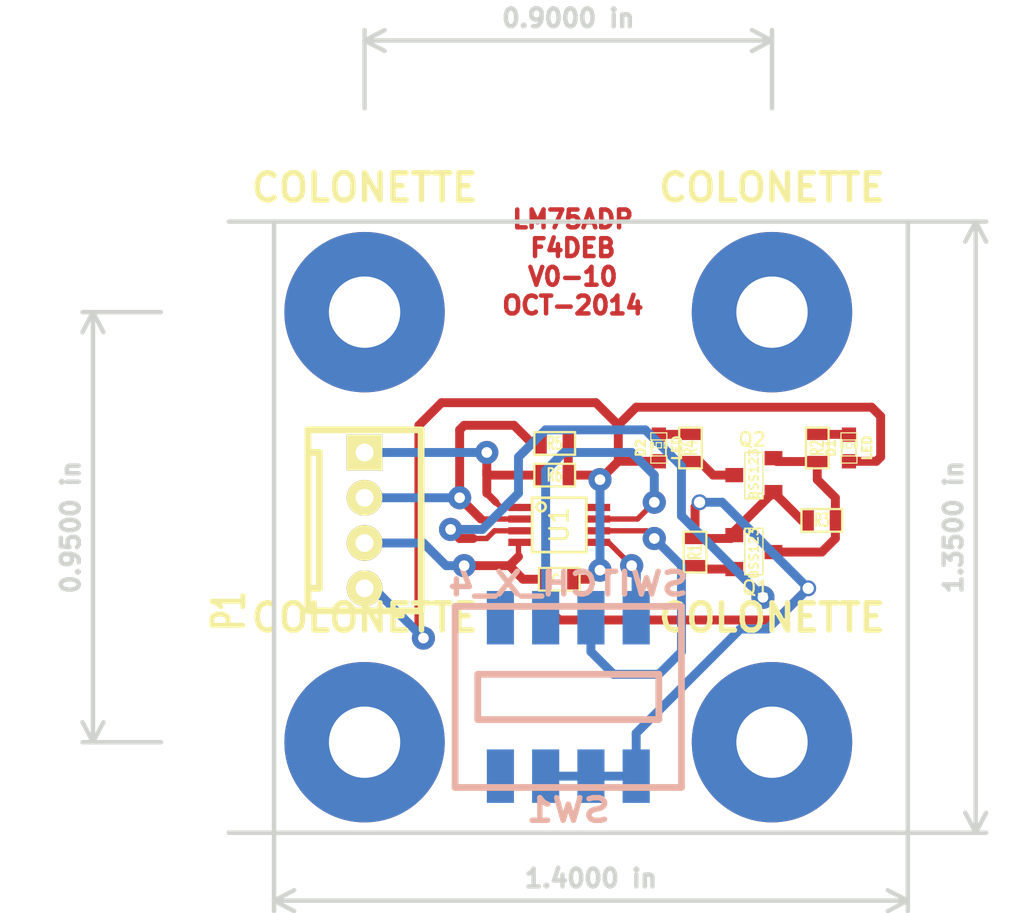
<source format=kicad_pcb>
(kicad_pcb (version 3) (host pcbnew "(2013-jul-07)-stable")

  (general
    (links 30)
    (no_connects 0)
    (area 199.4027 93.98 249.298333 135.35)
    (thickness 1.6)
    (drawings 5)
    (tracks 146)
    (zones 0)
    (modules 18)
    (nets 13)
  )

  (page A4)
  (title_block 
    (title LM75A)
    (rev V0.10)
    (company F4DEB)
    (comment 1 "TEMP SENSOR")
  )

  (layers
    (15 F.Cu signal)
    (0 B.Cu signal)
    (16 B.Adhes user)
    (17 F.Adhes user)
    (18 B.Paste user)
    (19 F.Paste user)
    (20 B.SilkS user)
    (21 F.SilkS user)
    (22 B.Mask user)
    (23 F.Mask user)
    (24 Dwgs.User user)
    (25 Cmts.User user)
    (26 Eco1.User user)
    (27 Eco2.User user)
    (28 Edge.Cuts user)
  )

  (setup
    (last_trace_width 0.5)
    (user_trace_width 0.3)
    (user_trace_width 0.4)
    (user_trace_width 0.5)
    (trace_clearance 0.254)
    (zone_clearance 0.508)
    (zone_45_only no)
    (trace_min 0.254)
    (segment_width 0.2)
    (edge_width 0.15)
    (via_size 0.889)
    (via_drill 0.635)
    (via_min_size 0.889)
    (via_min_drill 0.508)
    (user_via 1.3 0.6)
    (uvia_size 0.508)
    (uvia_drill 0.127)
    (uvias_allowed no)
    (uvia_min_size 0.508)
    (uvia_min_drill 0.127)
    (pcb_text_width 0.3)
    (pcb_text_size 1 1)
    (mod_edge_width 0.15)
    (mod_text_size 1 1)
    (mod_text_width 0.15)
    (pad_size 1 1)
    (pad_drill 0.6)
    (pad_to_mask_clearance 0)
    (aux_axis_origin 0 0)
    (visible_elements FFFFFFBF)
    (pcbplotparams
      (layerselection 3178497)
      (usegerberextensions true)
      (excludeedgelayer true)
      (linewidth 0.150000)
      (plotframeref false)
      (viasonmask false)
      (mode 1)
      (useauxorigin false)
      (hpglpennumber 1)
      (hpglpenspeed 20)
      (hpglpendiameter 15)
      (hpglpenoverlay 2)
      (psnegative false)
      (psa4output false)
      (plotreference true)
      (plotvalue true)
      (plotothertext true)
      (plotinvisibletext false)
      (padsonsilk false)
      (subtractmaskfromsilk false)
      (outputformat 1)
      (mirror false)
      (drillshape 1)
      (scaleselection 1)
      (outputdirectory ""))
  )

  (net 0 "")
  (net 1 /SCL)
  (net 2 /SDA)
  (net 3 GND)
  (net 4 N-000001)
  (net 5 N-0000014)
  (net 6 N-0000015)
  (net 7 N-0000016)
  (net 8 N-000002)
  (net 9 N-000003)
  (net 10 N-000004)
  (net 11 N-000005)
  (net 12 VCC)

  (net_class Default "Ceci est la Netclass par défaut"
    (clearance 0.254)
    (trace_width 0.254)
    (via_dia 0.889)
    (via_drill 0.635)
    (uvia_dia 0.508)
    (uvia_drill 0.127)
    (add_net "")
    (add_net /SCL)
    (add_net /SDA)
    (add_net GND)
    (add_net N-000001)
    (add_net N-0000014)
    (add_net N-0000015)
    (add_net N-0000016)
    (add_net N-000002)
    (add_net N-000003)
    (add_net N-000004)
    (add_net N-000005)
    (add_net VCC)
  )

  (module SWCMS4 (layer B.Cu) (tedit 531CDACB) (tstamp 5429B914)
    (at 219.71 124.46 180)
    (descr "Switch CMS 4 elements")
    (tags "SWITCH DEV")
    (path /5429BB76)
    (fp_text reference SW1 (at 0 -6.35 180) (layer B.SilkS)
      (effects (font (size 1.27 1.524) (thickness 0.3048)) (justify mirror))
    )
    (fp_text value SWITCH_X_4 (at 0 6.35 180) (layer B.SilkS)
      (effects (font (size 1.27 1.524) (thickness 0.3048)) (justify mirror))
    )
    (fp_line (start 5.08 1.27) (end 5.08 -1.27) (layer B.SilkS) (width 0.381))
    (fp_line (start 5.08 -1.27) (end -5.08 -1.27) (layer B.SilkS) (width 0.381))
    (fp_line (start -5.08 -1.27) (end -5.08 1.27) (layer B.SilkS) (width 0.381))
    (fp_line (start -5.08 1.27) (end 5.08 1.27) (layer B.SilkS) (width 0.381))
    (fp_line (start -6.35 -5.08) (end -6.35 5.08) (layer B.SilkS) (width 0.381))
    (fp_line (start -6.35 5.08) (end 6.35 5.08) (layer B.SilkS) (width 0.381))
    (fp_line (start 6.35 5.08) (end 6.35 -5.08) (layer B.SilkS) (width 0.381))
    (fp_line (start 6.35 -5.08) (end -6.35 -5.08) (layer B.SilkS) (width 0.381))
    (pad 1 smd rect (at -3.81 -4.445 180) (size 1.524 3)
      (layers B.Cu B.Paste B.Mask)
      (net 3 GND)
    )
    (pad 2 smd rect (at -1.27 -4.445 180) (size 1.524 3)
      (layers B.Cu B.Paste B.Mask)
      (net 3 GND)
    )
    (pad 3 smd rect (at 1.27 -4.445 180) (size 1.524 3)
      (layers B.Cu B.Paste B.Mask)
      (net 3 GND)
    )
    (pad 4 smd rect (at 3.81 -4.445 180) (size 1.524 3)
      (layers B.Cu B.Paste B.Mask)
    )
    (pad 5 smd rect (at 3.81 4.445 180) (size 1.524 3)
      (layers B.Cu B.Paste B.Mask)
    )
    (pad 6 smd rect (at 1.27 4.445 180) (size 1.524 3)
      (layers B.Cu B.Paste B.Mask)
      (net 11 N-000005)
    )
    (pad 7 smd rect (at -1.27 4.445 180) (size 1.524 3)
      (layers B.Cu B.Paste B.Mask)
      (net 10 N-000004)
    )
    (pad 8 smd rect (at -3.81 4.445 180) (size 1.524 3)
      (layers B.Cu B.Paste B.Mask)
      (net 9 N-000003)
    )
  )

  (module SSOP8 (layer F.Cu) (tedit 5429BA88) (tstamp 5429B925)
    (at 219.202 114.808 270)
    (path /5429BB5D)
    (attr smd)
    (fp_text reference U1 (at 0 0 270) (layer F.SilkS)
      (effects (font (size 1.016 1.016) (thickness 0.1524)))
    )
    (fp_text value LM75A (at 0 -0.762 270) (layer F.SilkS) hide
      (effects (font (size 0.762 0.508) (thickness 0.127)))
    )
    (fp_circle (center -1.016 1.016) (end -1.016 0.762) (layer F.SilkS) (width 0.1524))
    (fp_line (start 1.524 1.524) (end -1.524 1.524) (layer F.SilkS) (width 0.1524))
    (fp_line (start -1.524 1.524) (end -1.524 -1.524) (layer F.SilkS) (width 0.1524))
    (fp_line (start -1.524 -1.524) (end 1.524 -1.524) (layer F.SilkS) (width 0.1524))
    (fp_line (start 1.524 -1.524) (end 1.524 1.524) (layer F.SilkS) (width 0.1524))
    (pad 1 smd rect (at -0.9779 2.2225 270) (size 0.4064 1.27)
      (layers F.Cu F.Paste F.Mask)
      (net 2 /SDA)
    )
    (pad 2 smd rect (at -0.3302 2.2225 270) (size 0.4064 1.27)
      (layers F.Cu F.Paste F.Mask)
      (net 1 /SCL)
    )
    (pad 3 smd rect (at 0.3302 2.2225 270) (size 0.4064 1.27)
      (layers F.Cu F.Paste F.Mask)
      (net 4 N-000001)
    )
    (pad 4 smd rect (at 0.9779 2.2225 270) (size 0.4064 1.27)
      (layers F.Cu F.Paste F.Mask)
      (net 3 GND)
    )
    (pad 5 smd rect (at 0.9779 -2.2225 270) (size 0.4064 1.27)
      (layers F.Cu F.Paste F.Mask)
      (net 9 N-000003)
    )
    (pad 6 smd rect (at 0.3302 -2.2225 270) (size 0.4064 1.27)
      (layers F.Cu F.Paste F.Mask)
      (net 10 N-000004)
    )
    (pad 7 smd rect (at -0.3302 -2.2225 270) (size 0.4064 1.27)
      (layers F.Cu F.Paste F.Mask)
      (net 11 N-000005)
    )
    (pad 8 smd rect (at -0.9779 -2.2225 270) (size 0.4064 1.27)
      (layers F.Cu F.Paste F.Mask)
      (net 12 VCC)
    )
    (model smd/cms_so8.wrl
      (at (xyz 0 0 0))
      (scale (xyz 0.25 0.25 0.25))
      (rotate (xyz 0 0 0))
    )
  )

  (module SOT23 (layer F.Cu) (tedit 5051A6D7) (tstamp 5429B931)
    (at 230.124 116.332 270)
    (tags SOT23)
    (path /5429BC2F)
    (fp_text reference Q1 (at 1.99898 -0.09906 360) (layer F.SilkS)
      (effects (font (size 0.762 0.762) (thickness 0.11938)))
    )
    (fp_text value BSS123 (at 0.0635 0 270) (layer F.SilkS)
      (effects (font (size 0.50038 0.50038) (thickness 0.09906)))
    )
    (fp_circle (center -1.17602 0.35052) (end -1.30048 0.44958) (layer F.SilkS) (width 0.07874))
    (fp_line (start 1.27 -0.508) (end 1.27 0.508) (layer F.SilkS) (width 0.07874))
    (fp_line (start -1.3335 -0.508) (end -1.3335 0.508) (layer F.SilkS) (width 0.07874))
    (fp_line (start 1.27 0.508) (end -1.3335 0.508) (layer F.SilkS) (width 0.07874))
    (fp_line (start -1.3335 -0.508) (end 1.27 -0.508) (layer F.SilkS) (width 0.07874))
    (pad 3 smd rect (at 0 -1.09982 270) (size 0.8001 1.00076)
      (layers F.Cu F.Paste F.Mask)
      (net 8 N-000002)
    )
    (pad 2 smd rect (at 0.9525 1.09982 270) (size 0.8001 1.00076)
      (layers F.Cu F.Paste F.Mask)
      (net 4 N-000001)
    )
    (pad 1 smd rect (at -0.9525 1.09982 270) (size 0.8001 1.00076)
      (layers F.Cu F.Paste F.Mask)
      (net 3 GND)
    )
    (model smd\SOT23_3.wrl
      (at (xyz 0 0 0))
      (scale (xyz 0.4 0.4 0.4))
      (rotate (xyz 0 0 180))
    )
  )

  (module SOT23 (layer F.Cu) (tedit 5051A6D7) (tstamp 5429B93D)
    (at 230.124 112.014 90)
    (tags SOT23)
    (path /5429BE13)
    (fp_text reference Q2 (at 1.99898 -0.09906 180) (layer F.SilkS)
      (effects (font (size 0.762 0.762) (thickness 0.11938)))
    )
    (fp_text value BSS123 (at 0.0635 0 90) (layer F.SilkS)
      (effects (font (size 0.50038 0.50038) (thickness 0.09906)))
    )
    (fp_circle (center -1.17602 0.35052) (end -1.30048 0.44958) (layer F.SilkS) (width 0.07874))
    (fp_line (start 1.27 -0.508) (end 1.27 0.508) (layer F.SilkS) (width 0.07874))
    (fp_line (start -1.3335 -0.508) (end -1.3335 0.508) (layer F.SilkS) (width 0.07874))
    (fp_line (start 1.27 0.508) (end -1.3335 0.508) (layer F.SilkS) (width 0.07874))
    (fp_line (start -1.3335 -0.508) (end 1.27 -0.508) (layer F.SilkS) (width 0.07874))
    (pad 3 smd rect (at 0 -1.09982 90) (size 0.8001 1.00076)
      (layers F.Cu F.Paste F.Mask)
      (net 6 N-0000015)
    )
    (pad 2 smd rect (at 0.9525 1.09982 90) (size 0.8001 1.00076)
      (layers F.Cu F.Paste F.Mask)
      (net 8 N-000002)
    )
    (pad 1 smd rect (at -0.9525 1.09982 90) (size 0.8001 1.00076)
      (layers F.Cu F.Paste F.Mask)
      (net 3 GND)
    )
    (model smd\SOT23_3.wrl
      (at (xyz 0 0 0))
      (scale (xyz 0.4 0.4 0.4))
      (rotate (xyz 0 0 180))
    )
  )

  (module SM0603_Resistor (layer F.Cu) (tedit 455C3716) (tstamp 5429B947)
    (at 226.822 116.332 90)
    (path /5429BC48)
    (attr smd)
    (fp_text reference R1 (at 0 0 90) (layer F.SilkS)
      (effects (font (size 0.7112 0.4572) (thickness 0.1143)))
    )
    (fp_text value 470k (at 0 0 90) (layer F.SilkS) hide
      (effects (font (size 0.7112 0.4572) (thickness 0.1143)))
    )
    (fp_line (start -1.143 -0.635) (end 1.143 -0.635) (layer F.SilkS) (width 0.127))
    (fp_line (start 1.143 -0.635) (end 1.143 0.635) (layer F.SilkS) (width 0.127))
    (fp_line (start 1.143 0.635) (end -1.143 0.635) (layer F.SilkS) (width 0.127))
    (fp_line (start -1.143 0.635) (end -1.143 -0.635) (layer F.SilkS) (width 0.127))
    (pad 1 smd rect (at -0.762 0 90) (size 0.635 1.143)
      (layers F.Cu F.Paste F.Mask)
      (net 4 N-000001)
    )
    (pad 2 smd rect (at 0.762 0 90) (size 0.635 1.143)
      (layers F.Cu F.Paste F.Mask)
      (net 3 GND)
    )
    (model smd\resistors\R0603.wrl
      (at (xyz 0 0 0.001))
      (scale (xyz 0.5 0.5 0.5))
      (rotate (xyz 0 0 0))
    )
  )

  (module SM0603_Resistor (layer F.Cu) (tedit 5429BD1B) (tstamp 5429B951)
    (at 233.68 110.49 270)
    (path /5429BD72)
    (attr smd)
    (fp_text reference R2 (at 0 0 270) (layer F.SilkS)
      (effects (font (size 0.7112 0.4572) (thickness 0.1143)))
    )
    (fp_text value 3k3 (at 0 0 270) (layer F.SilkS) hide
      (effects (font (size 0.7112 0.4572) (thickness 0.1143)))
    )
    (fp_line (start -1.143 -0.635) (end 1.143 -0.635) (layer F.SilkS) (width 0.127))
    (fp_line (start 1.143 -0.635) (end 1.143 0.635) (layer F.SilkS) (width 0.127))
    (fp_line (start 1.143 0.635) (end -1.143 0.635) (layer F.SilkS) (width 0.127))
    (fp_line (start -1.143 0.635) (end -1.143 -0.635) (layer F.SilkS) (width 0.127))
    (pad 1 smd rect (at -0.762 0 270) (size 0.635 1.143)
      (layers F.Cu F.Paste F.Mask)
      (net 7 N-0000016)
    )
    (pad 2 smd rect (at 0.762 0 270) (size 0.635 1.143)
      (layers F.Cu F.Paste F.Mask)
      (net 8 N-000002)
    )
    (model smd\resistors\R0603.wrl
      (at (xyz 0 0 0.001))
      (scale (xyz 0.5 0.5 0.5))
      (rotate (xyz 0 0 0))
    )
  )

  (module SM0603_Resistor (layer F.Cu) (tedit 5429BD82) (tstamp 5429B95B)
    (at 233.934 114.554 180)
    (path /5429BE36)
    (attr smd)
    (fp_text reference R3 (at 0 0 180) (layer F.SilkS)
      (effects (font (size 0.7112 0.4572) (thickness 0.1143)))
    )
    (fp_text value 470k (at 0 0 180) (layer F.SilkS) hide
      (effects (font (size 0.7112 0.4572) (thickness 0.1143)))
    )
    (fp_line (start -1.143 -0.635) (end 1.143 -0.635) (layer F.SilkS) (width 0.127))
    (fp_line (start 1.143 -0.635) (end 1.143 0.635) (layer F.SilkS) (width 0.127))
    (fp_line (start 1.143 0.635) (end -1.143 0.635) (layer F.SilkS) (width 0.127))
    (fp_line (start -1.143 0.635) (end -1.143 -0.635) (layer F.SilkS) (width 0.127))
    (pad 1 smd rect (at -0.762 0 180) (size 0.635 1.143)
      (layers F.Cu F.Paste F.Mask)
      (net 8 N-000002)
    )
    (pad 2 smd rect (at 0.762 0 180) (size 0.635 1.143)
      (layers F.Cu F.Paste F.Mask)
      (net 3 GND)
    )
    (model smd\resistors\R0603.wrl
      (at (xyz 0 0 0.001))
      (scale (xyz 0.5 0.5 0.5))
      (rotate (xyz 0 0 0))
    )
  )

  (module SM0603_Resistor (layer F.Cu) (tedit 455C3716) (tstamp 5429B965)
    (at 226.568 110.49 270)
    (path /5429BEBC)
    (attr smd)
    (fp_text reference R4 (at 0 0 270) (layer F.SilkS)
      (effects (font (size 0.7112 0.4572) (thickness 0.1143)))
    )
    (fp_text value 3k3 (at 0 0 270) (layer F.SilkS) hide
      (effects (font (size 0.7112 0.4572) (thickness 0.1143)))
    )
    (fp_line (start -1.143 -0.635) (end 1.143 -0.635) (layer F.SilkS) (width 0.127))
    (fp_line (start 1.143 -0.635) (end 1.143 0.635) (layer F.SilkS) (width 0.127))
    (fp_line (start 1.143 0.635) (end -1.143 0.635) (layer F.SilkS) (width 0.127))
    (fp_line (start -1.143 0.635) (end -1.143 -0.635) (layer F.SilkS) (width 0.127))
    (pad 1 smd rect (at -0.762 0 270) (size 0.635 1.143)
      (layers F.Cu F.Paste F.Mask)
      (net 5 N-0000014)
    )
    (pad 2 smd rect (at 0.762 0 270) (size 0.635 1.143)
      (layers F.Cu F.Paste F.Mask)
      (net 6 N-0000015)
    )
    (model smd\resistors\R0603.wrl
      (at (xyz 0 0 0.001))
      (scale (xyz 0.5 0.5 0.5))
      (rotate (xyz 0 0 0))
    )
  )

  (module LED-0603 (layer F.Cu) (tedit 4E16AFB4) (tstamp 5429BA45)
    (at 235.458 110.49 90)
    (descr "LED 0603 smd package")
    (tags "LED led 0603 SMD smd SMT smt smdled SMDLED smtled SMTLED")
    (path /5429BD8B)
    (attr smd)
    (fp_text reference D1 (at 0 -1.016 90) (layer F.SilkS)
      (effects (font (size 0.508 0.508) (thickness 0.127)))
    )
    (fp_text value LED (at 0 1.016 90) (layer F.SilkS)
      (effects (font (size 0.508 0.508) (thickness 0.127)))
    )
    (fp_line (start 0.44958 -0.44958) (end 0.44958 0.44958) (layer F.SilkS) (width 0.06604))
    (fp_line (start 0.44958 0.44958) (end 0.84836 0.44958) (layer F.SilkS) (width 0.06604))
    (fp_line (start 0.84836 -0.44958) (end 0.84836 0.44958) (layer F.SilkS) (width 0.06604))
    (fp_line (start 0.44958 -0.44958) (end 0.84836 -0.44958) (layer F.SilkS) (width 0.06604))
    (fp_line (start -0.84836 -0.44958) (end -0.84836 0.44958) (layer F.SilkS) (width 0.06604))
    (fp_line (start -0.84836 0.44958) (end -0.44958 0.44958) (layer F.SilkS) (width 0.06604))
    (fp_line (start -0.44958 -0.44958) (end -0.44958 0.44958) (layer F.SilkS) (width 0.06604))
    (fp_line (start -0.84836 -0.44958) (end -0.44958 -0.44958) (layer F.SilkS) (width 0.06604))
    (fp_line (start 0 -0.44958) (end 0 -0.29972) (layer F.SilkS) (width 0.06604))
    (fp_line (start 0 -0.29972) (end 0.29972 -0.29972) (layer F.SilkS) (width 0.06604))
    (fp_line (start 0.29972 -0.44958) (end 0.29972 -0.29972) (layer F.SilkS) (width 0.06604))
    (fp_line (start 0 -0.44958) (end 0.29972 -0.44958) (layer F.SilkS) (width 0.06604))
    (fp_line (start 0 0.29972) (end 0 0.44958) (layer F.SilkS) (width 0.06604))
    (fp_line (start 0 0.44958) (end 0.29972 0.44958) (layer F.SilkS) (width 0.06604))
    (fp_line (start 0.29972 0.29972) (end 0.29972 0.44958) (layer F.SilkS) (width 0.06604))
    (fp_line (start 0 0.29972) (end 0.29972 0.29972) (layer F.SilkS) (width 0.06604))
    (fp_line (start 0 -0.14986) (end 0 0.14986) (layer F.SilkS) (width 0.06604))
    (fp_line (start 0 0.14986) (end 0.29972 0.14986) (layer F.SilkS) (width 0.06604))
    (fp_line (start 0.29972 -0.14986) (end 0.29972 0.14986) (layer F.SilkS) (width 0.06604))
    (fp_line (start 0 -0.14986) (end 0.29972 -0.14986) (layer F.SilkS) (width 0.06604))
    (fp_line (start 0.44958 -0.39878) (end -0.44958 -0.39878) (layer F.SilkS) (width 0.1016))
    (fp_line (start 0.44958 0.39878) (end -0.44958 0.39878) (layer F.SilkS) (width 0.1016))
    (pad 1 smd rect (at -0.7493 0 90) (size 0.79756 0.79756)
      (layers F.Cu F.Paste F.Mask)
      (net 12 VCC)
    )
    (pad 2 smd rect (at 0.7493 0 90) (size 0.79756 0.79756)
      (layers F.Cu F.Paste F.Mask)
      (net 7 N-0000016)
    )
  )

  (module LED-0603 (layer F.Cu) (tedit 4E16AFB4) (tstamp 5429B99D)
    (at 224.79 110.49 90)
    (descr "LED 0603 smd package")
    (tags "LED led 0603 SMD smd SMT smt smdled SMDLED smtled SMTLED")
    (path /5429BEDA)
    (attr smd)
    (fp_text reference D2 (at 0 -1.016 90) (layer F.SilkS)
      (effects (font (size 0.508 0.508) (thickness 0.127)))
    )
    (fp_text value LED (at 0 1.016 90) (layer F.SilkS)
      (effects (font (size 0.508 0.508) (thickness 0.127)))
    )
    (fp_line (start 0.44958 -0.44958) (end 0.44958 0.44958) (layer F.SilkS) (width 0.06604))
    (fp_line (start 0.44958 0.44958) (end 0.84836 0.44958) (layer F.SilkS) (width 0.06604))
    (fp_line (start 0.84836 -0.44958) (end 0.84836 0.44958) (layer F.SilkS) (width 0.06604))
    (fp_line (start 0.44958 -0.44958) (end 0.84836 -0.44958) (layer F.SilkS) (width 0.06604))
    (fp_line (start -0.84836 -0.44958) (end -0.84836 0.44958) (layer F.SilkS) (width 0.06604))
    (fp_line (start -0.84836 0.44958) (end -0.44958 0.44958) (layer F.SilkS) (width 0.06604))
    (fp_line (start -0.44958 -0.44958) (end -0.44958 0.44958) (layer F.SilkS) (width 0.06604))
    (fp_line (start -0.84836 -0.44958) (end -0.44958 -0.44958) (layer F.SilkS) (width 0.06604))
    (fp_line (start 0 -0.44958) (end 0 -0.29972) (layer F.SilkS) (width 0.06604))
    (fp_line (start 0 -0.29972) (end 0.29972 -0.29972) (layer F.SilkS) (width 0.06604))
    (fp_line (start 0.29972 -0.44958) (end 0.29972 -0.29972) (layer F.SilkS) (width 0.06604))
    (fp_line (start 0 -0.44958) (end 0.29972 -0.44958) (layer F.SilkS) (width 0.06604))
    (fp_line (start 0 0.29972) (end 0 0.44958) (layer F.SilkS) (width 0.06604))
    (fp_line (start 0 0.44958) (end 0.29972 0.44958) (layer F.SilkS) (width 0.06604))
    (fp_line (start 0.29972 0.29972) (end 0.29972 0.44958) (layer F.SilkS) (width 0.06604))
    (fp_line (start 0 0.29972) (end 0.29972 0.29972) (layer F.SilkS) (width 0.06604))
    (fp_line (start 0 -0.14986) (end 0 0.14986) (layer F.SilkS) (width 0.06604))
    (fp_line (start 0 0.14986) (end 0.29972 0.14986) (layer F.SilkS) (width 0.06604))
    (fp_line (start 0.29972 -0.14986) (end 0.29972 0.14986) (layer F.SilkS) (width 0.06604))
    (fp_line (start 0 -0.14986) (end 0.29972 -0.14986) (layer F.SilkS) (width 0.06604))
    (fp_line (start 0.44958 -0.39878) (end -0.44958 -0.39878) (layer F.SilkS) (width 0.1016))
    (fp_line (start 0.44958 0.39878) (end -0.44958 0.39878) (layer F.SilkS) (width 0.1016))
    (pad 1 smd rect (at -0.7493 0 90) (size 0.79756 0.79756)
      (layers F.Cu F.Paste F.Mask)
      (net 12 VCC)
    )
    (pad 2 smd rect (at 0.7493 0 90) (size 0.79756 0.79756)
      (layers F.Cu F.Paste F.Mask)
      (net 5 N-0000014)
    )
  )

  (module KK-4 (layer F.Cu) (tedit 4A107EDD) (tstamp 5429B9AC)
    (at 208.28 118.364 90)
    (descr "Connecteur 4 pibs")
    (tags "CONN DEV")
    (path /5429C0D8)
    (fp_text reference P1 (at -1.27 -7.62 90) (layer F.SilkS)
      (effects (font (size 1.73482 1.08712) (thickness 0.27178)))
    )
    (fp_text value CONN_4 (at -5.08 -5.08 90) (layer F.SilkS) hide
      (effects (font (size 1.524 1.016) (thickness 0.3048)))
    )
    (fp_line (start 7.62 -3.175) (end 7.62 -2.54) (layer F.SilkS) (width 0.381))
    (fp_line (start 7.62 -2.54) (end 0 -2.54) (layer F.SilkS) (width 0.381))
    (fp_line (start 0 -2.54) (end 0 -3.175) (layer F.SilkS) (width 0.381))
    (fp_line (start -1.27 3.175) (end 8.89 3.175) (layer F.SilkS) (width 0.381))
    (fp_line (start 8.89 3.175) (end 8.89 -3.175) (layer F.SilkS) (width 0.381))
    (fp_line (start 8.89 -3.175) (end -1.27 -3.175) (layer F.SilkS) (width 0.381))
    (fp_line (start -1.27 -3.175) (end -1.27 3.175) (layer F.SilkS) (width 0.381))
    (pad 1 thru_hole rect (at 7.62 0 90) (size 1.99898 1.99898) (drill 1.00076)
      (layers *.Cu *.Mask F.SilkS)
      (net 2 /SDA)
    )
    (pad 2 thru_hole circle (at 5.08 0 90) (size 1.99898 1.99898) (drill 1.00076)
      (layers *.Cu *.Mask F.SilkS)
      (net 1 /SCL)
    )
    (pad 3 thru_hole circle (at 2.54 0 90) (size 1.99898 1.99898) (drill 1.00076)
      (layers *.Cu *.Mask F.SilkS)
      (net 3 GND)
    )
    (pad 4 thru_hole circle (at 0 0 90) (size 1.99898 1.99898) (drill 1.00076)
      (layers *.Cu *.Mask F.SilkS)
      (net 12 VCC)
    )
    (model ../../git-f4deb-cen-electronic-library/wings/KK-4.wrl
      (at (xyz 0 0 0))
      (scale (xyz 1 1 1))
      (rotate (xyz 0 0 0))
    )
  )

  (module SM0603_Resistor (layer F.Cu) (tedit 455C3716) (tstamp 5429BA2F)
    (at 218.948 110.236 180)
    (path /5429BB40)
    (attr smd)
    (fp_text reference R5 (at 0 0 180) (layer F.SilkS)
      (effects (font (size 0.7112 0.4572) (thickness 0.1143)))
    )
    (fp_text value 10k (at 0 0 180) (layer F.SilkS) hide
      (effects (font (size 0.7112 0.4572) (thickness 0.1143)))
    )
    (fp_line (start -1.143 -0.635) (end 1.143 -0.635) (layer F.SilkS) (width 0.127))
    (fp_line (start 1.143 -0.635) (end 1.143 0.635) (layer F.SilkS) (width 0.127))
    (fp_line (start 1.143 0.635) (end -1.143 0.635) (layer F.SilkS) (width 0.127))
    (fp_line (start -1.143 0.635) (end -1.143 -0.635) (layer F.SilkS) (width 0.127))
    (pad 1 smd rect (at -0.762 0 180) (size 0.635 1.143)
      (layers F.Cu F.Paste F.Mask)
      (net 12 VCC)
    )
    (pad 2 smd rect (at 0.762 0 180) (size 0.635 1.143)
      (layers F.Cu F.Paste F.Mask)
      (net 1 /SCL)
    )
    (model smd\resistors\R0603.wrl
      (at (xyz 0 0 0.001))
      (scale (xyz 0.5 0.5 0.5))
      (rotate (xyz 0 0 0))
    )
  )

  (module SM0603_Resistor (layer F.Cu) (tedit 455C3716) (tstamp 5429BA39)
    (at 218.948 112.014 180)
    (path /5429BB59)
    (attr smd)
    (fp_text reference R6 (at 0 0 180) (layer F.SilkS)
      (effects (font (size 0.7112 0.4572) (thickness 0.1143)))
    )
    (fp_text value 10k (at 0 0 180) (layer F.SilkS) hide
      (effects (font (size 0.7112 0.4572) (thickness 0.1143)))
    )
    (fp_line (start -1.143 -0.635) (end 1.143 -0.635) (layer F.SilkS) (width 0.127))
    (fp_line (start 1.143 -0.635) (end 1.143 0.635) (layer F.SilkS) (width 0.127))
    (fp_line (start 1.143 0.635) (end -1.143 0.635) (layer F.SilkS) (width 0.127))
    (fp_line (start -1.143 0.635) (end -1.143 -0.635) (layer F.SilkS) (width 0.127))
    (pad 1 smd rect (at -0.762 0 180) (size 0.635 1.143)
      (layers F.Cu F.Paste F.Mask)
      (net 12 VCC)
    )
    (pad 2 smd rect (at 0.762 0 180) (size 0.635 1.143)
      (layers F.Cu F.Paste F.Mask)
      (net 2 /SDA)
    )
    (model smd\resistors\R0603.wrl
      (at (xyz 0 0 0.001))
      (scale (xyz 0.5 0.5 0.5))
      (rotate (xyz 0 0 0))
    )
  )

  (module SM0603_Capa (layer F.Cu) (tedit 4E43A40C) (tstamp 5429BF03)
    (at 219.202 117.856 180)
    (path /5429BEF6)
    (attr smd)
    (fp_text reference C1 (at 0 0 180) (layer F.SilkS)
      (effects (font (size 0.508 0.4572) (thickness 0.1143)))
    )
    (fp_text value 100n (at 0 0 180) (layer F.SilkS) hide
      (effects (font (size 0.508 0.4572) (thickness 0.1143)))
    )
    (fp_line (start -1.143 -0.635) (end 1.143 -0.635) (layer F.SilkS) (width 0.127))
    (fp_line (start 1.143 -0.635) (end 1.143 0.635) (layer F.SilkS) (width 0.127))
    (fp_line (start 1.143 0.635) (end -1.143 0.635) (layer F.SilkS) (width 0.127))
    (fp_line (start -1.143 0.635) (end -1.143 -0.635) (layer F.SilkS) (width 0.127))
    (pad 1 smd rect (at -0.762 0 180) (size 0.635 1.143)
      (layers F.Cu F.Paste F.Mask)
      (net 12 VCC)
    )
    (pad 2 smd rect (at 0.762 0 180) (size 0.635 1.143)
      (layers F.Cu F.Paste F.Mask)
      (net 3 GND)
    )
    (model smd\capacitors\C0603.wrl
      (at (xyz 0 0 0.001))
      (scale (xyz 0.5 0.5 0.5))
      (rotate (xyz 0 0 0))
    )
  )

  (module COLONETTE (layer F.Cu) (tedit 4FCFB52D) (tstamp 5429BF08)
    (at 208.28 102.87)
    (path /5429BEB0)
    (fp_text reference K1 (at 0 0) (layer F.SilkS)
      (effects (font (size 1.524 1.524) (thickness 0.3048)))
    )
    (fp_text value COLONETTE (at 0 -6.985) (layer F.SilkS)
      (effects (font (size 1.524 1.524) (thickness 0.3048)))
    )
    (pad 1 thru_hole circle (at 0 0) (size 8.99922 8.99922) (drill 4.0005)
      (layers *.Cu)
    )
    (model ../../git-f4deb-cen-electronic-library/wings/Colonette1.wrl
      (at (xyz 0 0 0))
      (scale (xyz 1 1 1))
      (rotate (xyz 0 0 0))
    )
  )

  (module COLONETTE (layer F.Cu) (tedit 4FCFB52D) (tstamp 5429BF0D)
    (at 231.14 102.87)
    (path /5429BEC9)
    (fp_text reference K2 (at 0 0) (layer F.SilkS)
      (effects (font (size 1.524 1.524) (thickness 0.3048)))
    )
    (fp_text value COLONETTE (at 0 -6.985) (layer F.SilkS)
      (effects (font (size 1.524 1.524) (thickness 0.3048)))
    )
    (pad 1 thru_hole circle (at 0 0) (size 8.99922 8.99922) (drill 4.0005)
      (layers *.Cu)
    )
    (model ../../git-f4deb-cen-electronic-library/wings/Colonette1.wrl
      (at (xyz 0 0 0))
      (scale (xyz 1 1 1))
      (rotate (xyz 0 0 0))
    )
  )

  (module COLONETTE (layer F.Cu) (tedit 4FCFB52D) (tstamp 5429BF12)
    (at 208.28 127)
    (path /5429BED8)
    (fp_text reference K3 (at 0 0) (layer F.SilkS)
      (effects (font (size 1.524 1.524) (thickness 0.3048)))
    )
    (fp_text value COLONETTE (at 0 -6.985) (layer F.SilkS)
      (effects (font (size 1.524 1.524) (thickness 0.3048)))
    )
    (pad 1 thru_hole circle (at 0 0) (size 8.99922 8.99922) (drill 4.0005)
      (layers *.Cu)
    )
    (model ../../git-f4deb-cen-electronic-library/wings/Colonette1.wrl
      (at (xyz 0 0 0))
      (scale (xyz 1 1 1))
      (rotate (xyz 0 0 0))
    )
  )

  (module COLONETTE (layer F.Cu) (tedit 4FCFB52D) (tstamp 5429BF17)
    (at 231.14 127)
    (path /5429BEE7)
    (fp_text reference K4 (at 0 0) (layer F.SilkS)
      (effects (font (size 1.524 1.524) (thickness 0.3048)))
    )
    (fp_text value COLONETTE (at 0 -6.985) (layer F.SilkS)
      (effects (font (size 1.524 1.524) (thickness 0.3048)))
    )
    (pad 1 thru_hole circle (at 0 0) (size 8.99922 8.99922) (drill 4.0005)
      (layers *.Cu)
    )
    (model ../../git-f4deb-cen-electronic-library/wings/Colonette1.wrl
      (at (xyz 0 0 0))
      (scale (xyz 1 1 1))
      (rotate (xyz 0 0 0))
    )
  )

  (gr_text "LM75ADP\nF4DEB\nV0-10\nOCT-2014" (at 219.964 100.076) (layer F.Cu)
    (effects (font (size 1 1) (thickness 0.25)))
  )
  (dimension 34.29 (width 0.25) (layer Edge.Cuts)
    (gr_text "34,290 mm" (at 243.569999 114.935003 270) (layer Edge.Cuts)
      (effects (font (size 1 1) (thickness 0.25)))
    )
    (feature1 (pts (xy 200.66 132.08) (xy 244.569999 132.080003)))
    (feature2 (pts (xy 200.66 97.79) (xy 244.569999 97.790003)))
    (crossbar (pts (xy 242.569999 97.790003) (xy 242.569999 132.080003)))
    (arrow1a (pts (xy 242.569999 132.080003) (xy 241.983579 130.9535)))
    (arrow1b (pts (xy 242.569999 132.080003) (xy 243.156419 130.9535)))
    (arrow2a (pts (xy 242.569999 97.790003) (xy 241.983579 98.916506)))
    (arrow2b (pts (xy 242.569999 97.790003) (xy 243.156419 98.916506)))
  )
  (dimension 35.56 (width 0.25) (layer Edge.Cuts)
    (gr_text "35,560 mm" (at 220.979999 136.889999) (layer Edge.Cuts)
      (effects (font (size 1 1) (thickness 0.25)))
    )
    (feature1 (pts (xy 238.76 97.79) (xy 238.759999 137.889999)))
    (feature2 (pts (xy 203.2 97.79) (xy 203.199999 137.889999)))
    (crossbar (pts (xy 203.199999 135.889999) (xy 238.759999 135.889999)))
    (arrow1a (pts (xy 238.759999 135.889999) (xy 237.633496 136.476419)))
    (arrow1b (pts (xy 238.759999 135.889999) (xy 237.633496 135.303579)))
    (arrow2a (pts (xy 203.199999 135.889999) (xy 204.326502 136.476419)))
    (arrow2b (pts (xy 203.199999 135.889999) (xy 204.326502 135.303579)))
  )
  (dimension 22.86 (width 0.25) (layer Edge.Cuts)
    (gr_text "22,860 mm" (at 219.71 86.630001) (layer Edge.Cuts)
      (effects (font (size 1 1) (thickness 0.25)))
    )
    (feature1 (pts (xy 231.14 91.44) (xy 231.14 85.630001)))
    (feature2 (pts (xy 208.28 91.44) (xy 208.28 85.630001)))
    (crossbar (pts (xy 208.28 87.630001) (xy 231.14 87.630001)))
    (arrow1a (pts (xy 231.14 87.630001) (xy 230.013497 88.216421)))
    (arrow1b (pts (xy 231.14 87.630001) (xy 230.013497 87.043581)))
    (arrow2a (pts (xy 208.28 87.630001) (xy 209.406503 88.216421)))
    (arrow2b (pts (xy 208.28 87.630001) (xy 209.406503 87.043581)))
  )
  (dimension 24.13 (width 0.25) (layer Edge.Cuts)
    (gr_text "24,130 mm" (at 192.040001 114.935 270) (layer Edge.Cuts)
      (effects (font (size 1 1) (thickness 0.25)))
    )
    (feature1 (pts (xy 196.85 127) (xy 191.040001 127)))
    (feature2 (pts (xy 196.85 102.87) (xy 191.040001 102.87)))
    (crossbar (pts (xy 193.040001 102.87) (xy 193.040001 127)))
    (arrow1a (pts (xy 193.040001 127) (xy 192.453581 125.873497)))
    (arrow1b (pts (xy 193.040001 127) (xy 193.626421 125.873497)))
    (arrow2a (pts (xy 193.040001 102.87) (xy 192.453581 103.996503)))
    (arrow2b (pts (xy 193.040001 102.87) (xy 193.626421 103.996503)))
  )

  (segment (start 218.186 110.236) (end 217.678 110.236) (width 0.5) (layer F.Cu) (net 1))
  (segment (start 213.614 109.474) (end 213.614 113.284) (width 0.5) (layer F.Cu) (net 1) (tstamp 5429BCBE))
  (segment (start 213.868 109.22) (end 213.614 109.474) (width 0.5) (layer F.Cu) (net 1) (tstamp 5429BCBD))
  (segment (start 216.662 109.22) (end 213.868 109.22) (width 0.5) (layer F.Cu) (net 1) (tstamp 5429BCBC))
  (segment (start 217.678 110.236) (end 216.662 109.22) (width 0.5) (layer F.Cu) (net 1) (tstamp 5429BCBB))
  (segment (start 216.9795 114.4778) (end 214.8078 114.4778) (width 0.3) (layer F.Cu) (net 1))
  (segment (start 214.8078 114.4778) (end 213.614 113.284) (width 0.5) (layer F.Cu) (net 1) (tstamp 5429BB83))
  (segment (start 208.28 113.284) (end 213.614 113.284) (width 0.5) (layer B.Cu) (net 1))
  (via (at 213.614 113.284) (size 1.3) (drill 0.6) (layers F.Cu B.Cu) (net 1))
  (segment (start 218.186 112.014) (end 215.138 112.014) (width 0.5) (layer F.Cu) (net 2))
  (segment (start 215.138 112.014) (end 215.138 111.76) (width 0.5) (layer F.Cu) (net 2) (tstamp 5429BCB6))
  (segment (start 216.9795 113.8301) (end 215.9381 113.8301) (width 0.3) (layer F.Cu) (net 2))
  (via (at 215.138 110.744) (size 1.3) (drill 0.6) (layers F.Cu B.Cu) (net 2))
  (segment (start 215.138 110.744) (end 208.28 110.744) (width 0.5) (layer B.Cu) (net 2))
  (segment (start 215.138 110.744) (end 215.138 111.76) (width 0.5) (layer F.Cu) (net 2) (tstamp 5429BB6B))
  (segment (start 215.138 111.76) (end 215.138 113.03) (width 0.5) (layer F.Cu) (net 2) (tstamp 5429BCB9))
  (segment (start 215.646 113.538) (end 215.138 113.03) (width 0.4) (layer F.Cu) (net 2))
  (segment (start 215.9381 113.8301) (end 215.646 113.538) (width 0.3) (layer F.Cu) (net 2) (tstamp 5429BB72))
  (segment (start 223.52 128.905) (end 223.52 126.492) (width 0.5) (layer B.Cu) (net 3))
  (segment (start 230.886 120.65) (end 233.172 118.364) (width 0.5) (layer B.Cu) (net 3) (tstamp 5429C1B6))
  (segment (start 229.362 120.65) (end 230.886 120.65) (width 0.5) (layer B.Cu) (net 3) (tstamp 5429C1B5))
  (segment (start 223.52 126.492) (end 229.362 120.65) (width 0.5) (layer B.Cu) (net 3) (tstamp 5429C1B3))
  (segment (start 220.98 128.905) (end 223.52 128.905) (width 0.5) (layer B.Cu) (net 3))
  (segment (start 218.44 128.905) (end 220.98 128.905) (width 0.5) (layer B.Cu) (net 3))
  (segment (start 233.172 114.554) (end 232.81132 114.554) (width 0.5) (layer F.Cu) (net 3))
  (segment (start 232.81132 114.554) (end 231.22382 112.9665) (width 0.5) (layer F.Cu) (net 3) (tstamp 5429C124))
  (segment (start 218.44 117.856) (end 218.44 119.38) (width 0.5) (layer F.Cu) (net 3))
  (segment (start 218.44 119.38) (end 219.202 120.142) (width 0.5) (layer F.Cu) (net 3) (tstamp 5429C10B))
  (segment (start 219.202 120.142) (end 231.394 120.142) (width 0.5) (layer F.Cu) (net 3) (tstamp 5429C10C))
  (segment (start 231.394 120.142) (end 233.172 118.364) (width 0.5) (layer F.Cu) (net 3) (tstamp 5429C112))
  (via (at 233.172 118.364) (size 0.889) (layers F.Cu B.Cu) (net 3))
  (segment (start 226.822 113.792) (end 226.822 115.57) (width 0.5) (layer F.Cu) (net 3) (tstamp 5429C121))
  (segment (start 233.172 118.364) (end 228.346 113.538) (width 0.5) (layer B.Cu) (net 3) (tstamp 5429C11C))
  (segment (start 228.346 113.538) (end 227.076 113.538) (width 0.5) (layer B.Cu) (net 3) (tstamp 5429C11D))
  (via (at 227.076 113.538) (size 0.889) (layers F.Cu B.Cu) (net 3))
  (segment (start 227.076 113.538) (end 226.822 113.792) (width 0.5) (layer F.Cu) (net 3) (tstamp 5429C120))
  (segment (start 218.44 117.856) (end 217.17 117.856) (width 0.5) (layer F.Cu) (net 3))
  (segment (start 217.17 117.856) (end 216.408 117.094) (width 0.5) (layer F.Cu) (net 3) (tstamp 5429BF38))
  (segment (start 226.822 115.57) (end 228.83368 115.57) (width 0.5) (layer F.Cu) (net 3))
  (segment (start 228.83368 115.57) (end 229.02418 115.3795) (width 0.5) (layer F.Cu) (net 3) (tstamp 5429BE6B))
  (segment (start 216.916 116.586) (end 216.916 115.8494) (width 0.3) (layer F.Cu) (net 3))
  (segment (start 208.28 115.824) (end 211.582 115.824) (width 0.5) (layer B.Cu) (net 3))
  (segment (start 216.408 117.094) (end 216.916 116.586) (width 0.5) (layer F.Cu) (net 3) (tstamp 5429BB99))
  (segment (start 213.868 117.094) (end 216.408 117.094) (width 0.5) (layer F.Cu) (net 3) (tstamp 5429BB98))
  (via (at 213.868 117.094) (size 1.3) (drill 0.6) (layers F.Cu B.Cu) (net 3))
  (segment (start 212.852 117.094) (end 213.868 117.094) (width 0.5) (layer B.Cu) (net 3) (tstamp 5429BB8B))
  (segment (start 211.582 115.824) (end 212.852 117.094) (width 0.5) (layer B.Cu) (net 3) (tstamp 5429BB88))
  (segment (start 216.916 115.8494) (end 216.9795 115.7859) (width 0.3) (layer F.Cu) (net 3) (tstamp 5429BBCD))
  (segment (start 229.02418 115.3795) (end 229.02418 115.16614) (width 0.5) (layer F.Cu) (net 3))
  (segment (start 229.02418 115.16614) (end 231.22382 112.9665) (width 0.5) (layer F.Cu) (net 3) (tstamp 5429BC42))
  (segment (start 213.106 115.062) (end 214.884 115.062) (width 0.5) (layer B.Cu) (net 4))
  (via (at 213.106 115.062) (size 1.3) (drill 0.6) (layers F.Cu B.Cu) (net 4))
  (segment (start 229.0445 117.2845) (end 229.02418 117.2845) (width 0.5) (layer F.Cu) (net 4) (tstamp 5429C19D))
  (segment (start 230.632 118.872) (end 229.0445 117.2845) (width 0.5) (layer F.Cu) (net 4) (tstamp 5429C19C))
  (via (at 230.632 118.872) (size 1.3) (drill 0.6) (layers F.Cu B.Cu) (net 4))
  (segment (start 226.06 114.3) (end 230.632 118.872) (width 0.5) (layer B.Cu) (net 4) (tstamp 5429C194))
  (segment (start 226.06 111.506) (end 226.06 114.3) (width 0.5) (layer B.Cu) (net 4) (tstamp 5429C192))
  (segment (start 224.028 109.474) (end 226.06 111.506) (width 0.5) (layer B.Cu) (net 4) (tstamp 5429C191))
  (segment (start 218.44 109.474) (end 224.028 109.474) (width 0.5) (layer B.Cu) (net 4) (tstamp 5429C190))
  (segment (start 216.916 110.998) (end 218.44 109.474) (width 0.5) (layer B.Cu) (net 4) (tstamp 5429C18F))
  (segment (start 216.916 113.03) (end 216.916 110.998) (width 0.5) (layer B.Cu) (net 4) (tstamp 5429C18D))
  (segment (start 214.884 115.062) (end 216.916 113.03) (width 0.5) (layer B.Cu) (net 4) (tstamp 5429C18C))
  (segment (start 229.02418 117.2845) (end 227.0125 117.2845) (width 0.5) (layer F.Cu) (net 4))
  (segment (start 227.0125 117.2845) (end 226.822 117.094) (width 0.5) (layer F.Cu) (net 4) (tstamp 5429BE72))
  (segment (start 213.106 115.062) (end 213.614 115.57) (width 0.5) (layer F.Cu) (net 4))
  (segment (start 214.376 115.57) (end 213.614 115.57) (width 0.5) (layer F.Cu) (net 4))
  (segment (start 215.5698 115.1382) (end 216.9795 115.1382) (width 0.3) (layer F.Cu) (net 4))
  (segment (start 215.138 115.57) (end 214.376 115.57) (width 0.3) (layer F.Cu) (net 4) (tstamp 5429BCD3))
  (segment (start 215.5698 115.1382) (end 215.138 115.57) (width 0.3) (layer F.Cu) (net 4) (tstamp 5429BCD2))
  (segment (start 213.614 115.57) (end 213.106 115.062) (width 0.5) (layer F.Cu) (net 4) (tstamp 5429BCE4))
  (segment (start 213.106 115.062) (end 213.614 115.57) (width 0.3) (layer F.Cu) (net 4) (tstamp 5429BCD4))
  (segment (start 226.568 109.728) (end 224.8027 109.728) (width 0.5) (layer F.Cu) (net 5))
  (segment (start 224.8027 109.728) (end 224.79 109.7407) (width 0.5) (layer F.Cu) (net 5) (tstamp 5429BE65))
  (segment (start 227.838 112.014) (end 229.02418 112.014) (width 0.5) (layer F.Cu) (net 6) (tstamp 5429BE62))
  (segment (start 226.568 111.252) (end 227.076 111.252) (width 0.5) (layer F.Cu) (net 6))
  (segment (start 227.076 111.252) (end 227.838 112.014) (width 0.5) (layer F.Cu) (net 6) (tstamp 5429BE61))
  (segment (start 233.68 109.728) (end 235.4453 109.728) (width 0.5) (layer F.Cu) (net 7) (status C00000))
  (segment (start 235.4453 109.728) (end 235.458 109.7407) (width 0.5) (layer F.Cu) (net 7) (tstamp 5429C20F) (status C00000))
  (segment (start 234.696 114.554) (end 234.696 113.284) (width 0.5) (layer F.Cu) (net 8) (status 400000))
  (segment (start 233.68 112.268) (end 233.68 111.252) (width 0.5) (layer F.Cu) (net 8) (tstamp 5429C20C) (status 800000))
  (segment (start 234.696 113.284) (end 233.68 112.268) (width 0.5) (layer F.Cu) (net 8) (tstamp 5429C20B))
  (segment (start 233.68 111.252) (end 231.41432 111.252) (width 0.5) (layer F.Cu) (net 8) (status C00000))
  (segment (start 231.41432 111.252) (end 231.22382 111.0615) (width 0.5) (layer F.Cu) (net 8) (tstamp 5429C208) (status C00000))
  (segment (start 231.22382 116.332) (end 233.934 116.332) (width 0.5) (layer F.Cu) (net 8))
  (segment (start 234.696 115.57) (end 234.696 114.554) (width 0.5) (layer F.Cu) (net 8) (tstamp 5429BE54))
  (segment (start 233.934 116.332) (end 234.696 115.57) (width 0.5) (layer F.Cu) (net 8) (tstamp 5429BE53))
  (segment (start 223.266 117.094) (end 223.266 117.348) (width 0.5) (layer B.Cu) (net 9))
  (segment (start 223.52 117.602) (end 223.52 120.015) (width 0.5) (layer B.Cu) (net 9) (tstamp 5429C0B8))
  (segment (start 223.266 117.348) (end 223.52 117.602) (width 0.5) (layer B.Cu) (net 9) (tstamp 5429C0B4))
  (segment (start 223.52 120.015) (end 223.52 117.348) (width 0.5) (layer B.Cu) (net 9))
  (segment (start 223.52 117.348) (end 223.266 117.094) (width 0.5) (layer B.Cu) (net 9) (tstamp 5429C0B1))
  (segment (start 221.9579 115.7859) (end 223.266 117.094) (width 0.3) (layer F.Cu) (net 9) (tstamp 5429BE7F))
  (via (at 223.266 117.094) (size 1.3) (drill 0.6) (layers F.Cu B.Cu) (net 9))
  (segment (start 221.9579 115.7859) (end 221.4245 115.7859) (width 0.3) (layer F.Cu) (net 9))
  (segment (start 223.52 117.348) (end 223.266 117.094) (width 0.254) (layer B.Cu) (net 9) (tstamp 5429C083))
  (segment (start 220.98 120.015) (end 220.98 121.92) (width 0.5) (layer B.Cu) (net 10))
  (segment (start 220.98 121.92) (end 222.25 123.19) (width 0.5) (layer B.Cu) (net 10) (tstamp 5429C0BB))
  (segment (start 222.25 123.19) (end 224.79 123.19) (width 0.5) (layer B.Cu) (net 10) (tstamp 5429C0BC))
  (segment (start 224.79 123.19) (end 226.06 121.92) (width 0.5) (layer B.Cu) (net 10) (tstamp 5429C0BE))
  (segment (start 226.06 121.92) (end 226.06 117.094) (width 0.5) (layer B.Cu) (net 10) (tstamp 5429C0BF))
  (segment (start 226.06 117.094) (end 224.536 115.57) (width 0.5) (layer B.Cu) (net 10) (tstamp 5429C0C1))
  (segment (start 224.1042 115.1382) (end 224.536 115.57) (width 0.3) (layer F.Cu) (net 10) (tstamp 5429BE7B))
  (via (at 224.536 115.57) (size 1.3) (drill 0.6) (layers F.Cu B.Cu) (net 10))
  (segment (start 224.1042 115.1382) (end 221.4245 115.1382) (width 0.3) (layer F.Cu) (net 10))
  (segment (start 226.06 117.094) (end 224.536 115.57) (width 0.254) (layer B.Cu) (net 10) (tstamp 5429C08F))
  (segment (start 226.06 121.92) (end 226.06 117.094) (width 0.254) (layer B.Cu) (net 10) (tstamp 5429C08D))
  (segment (start 224.79 123.19) (end 226.06 121.92) (width 0.254) (layer B.Cu) (net 10) (tstamp 5429C08B))
  (segment (start 222.25 123.19) (end 224.79 123.19) (width 0.254) (layer B.Cu) (net 10) (tstamp 5429C089))
  (segment (start 220.98 121.92) (end 222.25 123.19) (width 0.254) (layer B.Cu) (net 10) (tstamp 5429C086))
  (segment (start 218.44 120.015) (end 218.44 111.76) (width 0.5) (layer B.Cu) (net 11))
  (segment (start 223.5962 114.4778) (end 224.536 113.538) (width 0.3) (layer F.Cu) (net 11) (tstamp 5429BE77))
  (via (at 224.536 113.538) (size 1.3) (drill 0.6) (layers F.Cu B.Cu) (net 11))
  (segment (start 223.5962 114.4778) (end 221.4245 114.4778) (width 0.3) (layer F.Cu) (net 11))
  (segment (start 224.536 112.014) (end 224.536 113.538) (width 0.5) (layer B.Cu) (net 11) (tstamp 5429C0AE))
  (segment (start 223.266 110.744) (end 224.536 112.014) (width 0.5) (layer B.Cu) (net 11) (tstamp 5429C0AD))
  (segment (start 219.456 110.744) (end 223.266 110.744) (width 0.5) (layer B.Cu) (net 11) (tstamp 5429C0AC))
  (segment (start 218.44 111.76) (end 219.456 110.744) (width 0.5) (layer B.Cu) (net 11) (tstamp 5429C0AB))
  (segment (start 235.458 111.2393) (end 236.9947 111.2393) (width 0.5) (layer F.Cu) (net 12) (status 400000))
  (segment (start 223.52 108.204) (end 222.5167 109.2073) (width 0.5) (layer F.Cu) (net 12) (tstamp 5429C216))
  (segment (start 236.728 108.204) (end 223.52 108.204) (width 0.5) (layer F.Cu) (net 12) (tstamp 5429C215))
  (segment (start 237.236 108.712) (end 236.728 108.204) (width 0.5) (layer F.Cu) (net 12) (tstamp 5429C214))
  (segment (start 237.236 110.998) (end 237.236 108.712) (width 0.5) (layer F.Cu) (net 12) (tstamp 5429C213))
  (segment (start 236.9947 111.2393) (end 237.236 110.998) (width 0.5) (layer F.Cu) (net 12) (tstamp 5429C212))
  (segment (start 219.964 117.856) (end 220.98 117.856) (width 0.5) (layer F.Cu) (net 12))
  (via (at 221.488 112.268) (size 1.3) (drill 0.6) (layers F.Cu B.Cu) (net 12))
  (segment (start 221.488 117.348) (end 221.488 112.268) (width 0.5) (layer B.Cu) (net 12) (tstamp 5429C1CF))
  (via (at 221.488 117.348) (size 1.3) (drill 0.6) (layers F.Cu B.Cu) (net 12))
  (segment (start 220.98 117.856) (end 221.488 117.348) (width 0.5) (layer F.Cu) (net 12) (tstamp 5429C1C7))
  (segment (start 221.488 112.268) (end 221.4245 112.3315) (width 0.5) (layer F.Cu) (net 12) (tstamp 5429C1D2))
  (segment (start 208.28 118.364) (end 208.788 118.364) (width 0.5) (layer B.Cu) (net 12))
  (segment (start 221.2594 107.95) (end 222.5167 109.2073) (width 0.5) (layer F.Cu) (net 12) (tstamp 5429C184))
  (segment (start 212.598 107.95) (end 221.2594 107.95) (width 0.5) (layer F.Cu) (net 12) (tstamp 5429C183))
  (segment (start 211.328 109.22) (end 212.598 107.95) (width 0.5) (layer F.Cu) (net 12) (tstamp 5429C181))
  (segment (start 211.328 120.904) (end 211.328 109.22) (width 0.5) (layer F.Cu) (net 12) (tstamp 5429C17A))
  (segment (start 211.582 121.158) (end 211.328 120.904) (width 0.5) (layer F.Cu) (net 12) (tstamp 5429C179))
  (via (at 211.582 121.158) (size 1.3) (drill 0.6) (layers F.Cu B.Cu) (net 12))
  (segment (start 208.788 118.364) (end 211.582 121.158) (width 0.5) (layer B.Cu) (net 12) (tstamp 5429C177))
  (segment (start 221.4245 113.8301) (end 221.4245 112.3315) (width 0.3) (layer F.Cu) (net 12))
  (segment (start 221.4245 112.3315) (end 221.488 112.268) (width 0.3) (layer F.Cu) (net 12) (tstamp 5429C159))
  (segment (start 221.4245 112.3315) (end 221.488 112.268) (width 0.3) (layer F.Cu) (net 12) (tstamp 5429C13E))
  (segment (start 222.5167 111.2393) (end 222.5167 109.2073) (width 0.5) (layer F.Cu) (net 12))
  (segment (start 224.79 111.2393) (end 222.5167 111.2393) (width 0.5) (layer F.Cu) (net 12))
  (segment (start 222.5167 111.2393) (end 221.488 112.268) (width 0.5) (layer F.Cu) (net 12) (tstamp 5429BF5B))
  (segment (start 221.234 112.014) (end 219.71 112.014) (width 0.5) (layer F.Cu) (net 12) (tstamp 5429BF41))
  (segment (start 221.488 112.268) (end 221.234 112.014) (width 0.5) (layer F.Cu) (net 12) (tstamp 5429BF40))
  (segment (start 219.71 112.014) (end 219.71 110.236) (width 0.5) (layer F.Cu) (net 12))

)

</source>
